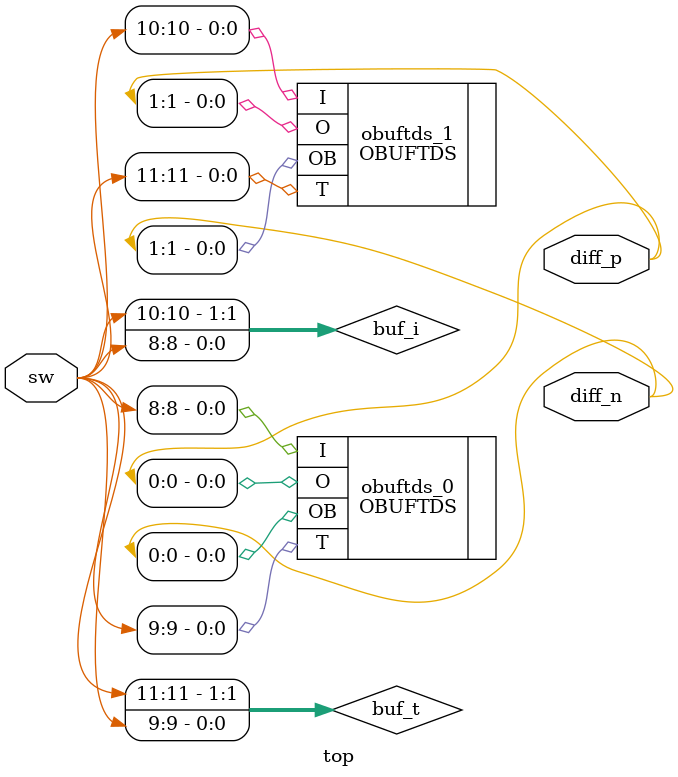
<source format=v>
/*
A simplistic test for OBUFTDS. Two of them are instanciated and their outpus
are connected to LEDs. Data and tri-state inputs are controlled by switches.

Truth tables:

SW9  SW8  | LED3 LED2
 0    0   |  1    0
 0    1   |  0    1
 1    0   |  0    0
 1    1   |  0    0

SW11 SW10 | LED8 LED7
 0    0   |  0    1
 0    1   |  1    0
 1    0   |  0    0
 1    1   |  0    0

Couldn't use all switches and buttons at the same time as the differential
IOs use different IOSTANDARD than the single ended ones and have to be in
a separate bank.

*/
`default_nettype none

// ============================================================================

module top
(
input  wire [11:8] sw,

output wire [1:0]  diff_p,
output wire [1:0]  diff_n
);

// ============================================================================
// OBUFTDS
wire [1:0] buf_i;
wire [1:0] buf_t;

OBUFTDS obuftds_0 (
  .I(buf_i[0]),
  .T(buf_t[0]),
  .O(diff_p[0]), // LED2
  .OB(diff_n[0]) // LED3
);

OBUFTDS obuftds_1 (
  .I(buf_i[1]),
  .T(buf_t[1]),
  .O(diff_p[1]), // LED8
  .OB(diff_n[1]) // LED7
);

// ============================================================================

assign buf_i[0] = sw[ 8];
assign buf_t[0] = sw[ 9];
assign buf_i[1] = sw[10];
assign buf_t[1] = sw[11];

endmodule


</source>
